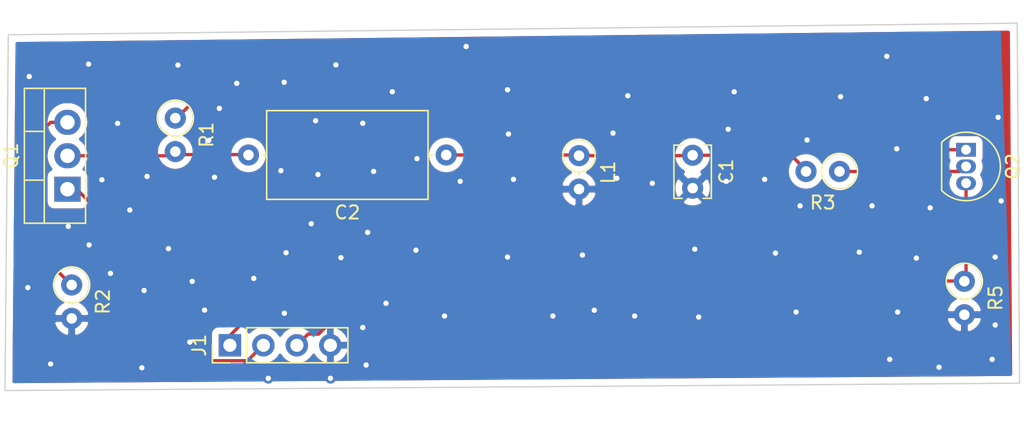
<source format=kicad_pcb>
(kicad_pcb (version 20171130) (host pcbnew 5.99.0+really5.1.10+dfsg1-1)

  (general
    (thickness 1.6)
    (drawings 4)
    (tracks 122)
    (zones 0)
    (modules 10)
    (nets 9)
  )

  (page A4)
  (layers
    (0 F.Cu signal)
    (31 B.Cu signal)
    (32 B.Adhes user)
    (33 F.Adhes user)
    (34 B.Paste user)
    (35 F.Paste user)
    (36 B.SilkS user)
    (37 F.SilkS user)
    (38 B.Mask user)
    (39 F.Mask user)
    (40 Dwgs.User user)
    (41 Cmts.User user)
    (42 Eco1.User user)
    (43 Eco2.User user)
    (44 Edge.Cuts user)
    (45 Margin user)
    (46 B.CrtYd user)
    (47 F.CrtYd user)
    (48 B.Fab user)
    (49 F.Fab user)
  )

  (setup
    (last_trace_width 0.25)
    (trace_clearance 0.2)
    (zone_clearance 0.508)
    (zone_45_only no)
    (trace_min 0.2)
    (via_size 0.8)
    (via_drill 0.4)
    (via_min_size 0.4)
    (via_min_drill 0.3)
    (uvia_size 0.3)
    (uvia_drill 0.1)
    (uvias_allowed no)
    (uvia_min_size 0.2)
    (uvia_min_drill 0.1)
    (edge_width 0.05)
    (segment_width 0.2)
    (pcb_text_width 0.3)
    (pcb_text_size 1.5 1.5)
    (mod_edge_width 0.12)
    (mod_text_size 1 1)
    (mod_text_width 0.15)
    (pad_size 1.524 1.524)
    (pad_drill 0.762)
    (pad_to_mask_clearance 0)
    (aux_axis_origin 0 0)
    (visible_elements FFFFFFFF)
    (pcbplotparams
      (layerselection 0x010f0_ffffffff)
      (usegerberextensions false)
      (usegerberattributes true)
      (usegerberadvancedattributes true)
      (creategerberjobfile true)
      (excludeedgelayer true)
      (linewidth 0.100000)
      (plotframeref false)
      (viasonmask false)
      (mode 1)
      (useauxorigin false)
      (hpglpennumber 1)
      (hpglpenspeed 20)
      (hpglpendiameter 15.000000)
      (psnegative false)
      (psa4output false)
      (plotreference true)
      (plotvalue true)
      (plotinvisibletext false)
      (padsonsilk false)
      (subtractmaskfromsilk false)
      (outputformat 1)
      (mirror false)
      (drillshape 0)
      (scaleselection 1)
      (outputdirectory "../out/"))
  )

  (net 0 "")
  (net 1 GND)
  (net 2 "Net-(C1-Pad1)")
  (net 3 aout)
  (net 4 din)
  (net 5 +3V3)
  (net 6 "Net-(Q2-Pad2)")
  (net 7 "Net-(C2-Pad2)")
  (net 8 "Net-(Q1-Pad3)")

  (net_class Default "This is the default net class."
    (clearance 0.2)
    (trace_width 0.25)
    (via_dia 0.8)
    (via_drill 0.4)
    (uvia_dia 0.3)
    (uvia_drill 0.1)
    (add_net +3V3)
    (add_net GND)
    (add_net "Net-(C1-Pad1)")
    (add_net "Net-(C2-Pad2)")
    (add_net "Net-(Q1-Pad3)")
    (add_net "Net-(Q2-Pad2)")
    (add_net aout)
    (add_net din)
  )

  (module Resistor_THT:R_Axial_DIN0207_L6.3mm_D2.5mm_P2.54mm_Vertical (layer F.Cu) (tedit 5AE5139B) (tstamp 60C4DB5C)
    (at 203.12 113.17 270)
    (descr "Resistor, Axial_DIN0207 series, Axial, Vertical, pin pitch=2.54mm, 0.25W = 1/4W, length*diameter=6.3*2.5mm^2, http://cdn-reichelt.de/documents/datenblatt/B400/1_4W%23YAG.pdf")
    (tags "Resistor Axial_DIN0207 series Axial Vertical pin pitch 2.54mm 0.25W = 1/4W length 6.3mm diameter 2.5mm")
    (path /60C11B61/60C15660)
    (fp_text reference R5 (at 1.27 -2.37 90) (layer F.SilkS)
      (effects (font (size 1 1) (thickness 0.15)))
    )
    (fp_text value R (at 1.27 2.37 90) (layer F.Fab)
      (effects (font (size 1 1) (thickness 0.15)))
    )
    (fp_text user %R (at 1.27 -2.37 90) (layer F.Fab)
      (effects (font (size 1 1) (thickness 0.15)))
    )
    (fp_circle (center 0 0) (end 1.25 0) (layer F.Fab) (width 0.1))
    (fp_circle (center 0 0) (end 1.37 0) (layer F.SilkS) (width 0.12))
    (fp_line (start 0 0) (end 2.54 0) (layer F.Fab) (width 0.1))
    (fp_line (start 1.37 0) (end 1.44 0) (layer F.SilkS) (width 0.12))
    (fp_line (start -1.5 -1.5) (end -1.5 1.5) (layer F.CrtYd) (width 0.05))
    (fp_line (start -1.5 1.5) (end 3.59 1.5) (layer F.CrtYd) (width 0.05))
    (fp_line (start 3.59 1.5) (end 3.59 -1.5) (layer F.CrtYd) (width 0.05))
    (fp_line (start 3.59 -1.5) (end -1.5 -1.5) (layer F.CrtYd) (width 0.05))
    (pad 2 thru_hole oval (at 2.54 0 270) (size 1.6 1.6) (drill 0.8) (layers *.Cu *.Mask)
      (net 1 GND))
    (pad 1 thru_hole circle (at 0 0 270) (size 1.6 1.6) (drill 0.8) (layers *.Cu *.Mask)
      (net 3 aout))
    (model ${KISYS3DMOD}/Resistor_THT.3dshapes/R_Axial_DIN0207_L6.3mm_D2.5mm_P2.54mm_Vertical.wrl
      (at (xyz 0 0 0))
      (scale (xyz 1 1 1))
      (rotate (xyz 0 0 0))
    )
  )

  (module Resistor_THT:R_Axial_DIN0207_L6.3mm_D2.5mm_P2.54mm_Vertical (layer F.Cu) (tedit 5AE5139B) (tstamp 60C4DB4D)
    (at 193.65 104.83 180)
    (descr "Resistor, Axial_DIN0207 series, Axial, Vertical, pin pitch=2.54mm, 0.25W = 1/4W, length*diameter=6.3*2.5mm^2, http://cdn-reichelt.de/documents/datenblatt/B400/1_4W%23YAG.pdf")
    (tags "Resistor Axial_DIN0207 series Axial Vertical pin pitch 2.54mm 0.25W = 1/4W length 6.3mm diameter 2.5mm")
    (path /60C11B61/60C14E91)
    (fp_text reference R3 (at 1.27 -2.37) (layer F.SilkS)
      (effects (font (size 1 1) (thickness 0.15)))
    )
    (fp_text value R (at 1.27 2.37) (layer F.Fab)
      (effects (font (size 1 1) (thickness 0.15)))
    )
    (fp_text user %R (at 1.27 -2.37) (layer F.Fab)
      (effects (font (size 1 1) (thickness 0.15)))
    )
    (fp_circle (center 0 0) (end 1.25 0) (layer F.Fab) (width 0.1))
    (fp_circle (center 0 0) (end 1.37 0) (layer F.SilkS) (width 0.12))
    (fp_line (start 0 0) (end 2.54 0) (layer F.Fab) (width 0.1))
    (fp_line (start 1.37 0) (end 1.44 0) (layer F.SilkS) (width 0.12))
    (fp_line (start -1.5 -1.5) (end -1.5 1.5) (layer F.CrtYd) (width 0.05))
    (fp_line (start -1.5 1.5) (end 3.59 1.5) (layer F.CrtYd) (width 0.05))
    (fp_line (start 3.59 1.5) (end 3.59 -1.5) (layer F.CrtYd) (width 0.05))
    (fp_line (start 3.59 -1.5) (end -1.5 -1.5) (layer F.CrtYd) (width 0.05))
    (pad 2 thru_hole oval (at 2.54 0 180) (size 1.6 1.6) (drill 0.8) (layers *.Cu *.Mask)
      (net 2 "Net-(C1-Pad1)"))
    (pad 1 thru_hole circle (at 0 0 180) (size 1.6 1.6) (drill 0.8) (layers *.Cu *.Mask)
      (net 6 "Net-(Q2-Pad2)"))
    (model ${KISYS3DMOD}/Resistor_THT.3dshapes/R_Axial_DIN0207_L6.3mm_D2.5mm_P2.54mm_Vertical.wrl
      (at (xyz 0 0 0))
      (scale (xyz 1 1 1))
      (rotate (xyz 0 0 0))
    )
  )

  (module Resistor_THT:R_Axial_DIN0207_L6.3mm_D2.5mm_P2.54mm_Vertical (layer F.Cu) (tedit 5AE5139B) (tstamp 60C4DB3E)
    (at 135.41 113.45 270)
    (descr "Resistor, Axial_DIN0207 series, Axial, Vertical, pin pitch=2.54mm, 0.25W = 1/4W, length*diameter=6.3*2.5mm^2, http://cdn-reichelt.de/documents/datenblatt/B400/1_4W%23YAG.pdf")
    (tags "Resistor Axial_DIN0207 series Axial Vertical pin pitch 2.54mm 0.25W = 1/4W length 6.3mm diameter 2.5mm")
    (path /60C11B61/60C12C69)
    (fp_text reference R2 (at 1.27 -2.37 90) (layer F.SilkS)
      (effects (font (size 1 1) (thickness 0.15)))
    )
    (fp_text value R (at 1.27 2.37 90) (layer F.Fab)
      (effects (font (size 1 1) (thickness 0.15)))
    )
    (fp_text user %R (at 1.27 -2.37 90) (layer F.Fab)
      (effects (font (size 1 1) (thickness 0.15)))
    )
    (fp_circle (center 0 0) (end 1.25 0) (layer F.Fab) (width 0.1))
    (fp_circle (center 0 0) (end 1.37 0) (layer F.SilkS) (width 0.12))
    (fp_line (start 0 0) (end 2.54 0) (layer F.Fab) (width 0.1))
    (fp_line (start 1.37 0) (end 1.44 0) (layer F.SilkS) (width 0.12))
    (fp_line (start -1.5 -1.5) (end -1.5 1.5) (layer F.CrtYd) (width 0.05))
    (fp_line (start -1.5 1.5) (end 3.59 1.5) (layer F.CrtYd) (width 0.05))
    (fp_line (start 3.59 1.5) (end 3.59 -1.5) (layer F.CrtYd) (width 0.05))
    (fp_line (start 3.59 -1.5) (end -1.5 -1.5) (layer F.CrtYd) (width 0.05))
    (pad 2 thru_hole oval (at 2.54 0 270) (size 1.6 1.6) (drill 0.8) (layers *.Cu *.Mask)
      (net 1 GND))
    (pad 1 thru_hole circle (at 0 0 270) (size 1.6 1.6) (drill 0.8) (layers *.Cu *.Mask)
      (net 8 "Net-(Q1-Pad3)"))
    (model ${KISYS3DMOD}/Resistor_THT.3dshapes/R_Axial_DIN0207_L6.3mm_D2.5mm_P2.54mm_Vertical.wrl
      (at (xyz 0 0 0))
      (scale (xyz 1 1 1))
      (rotate (xyz 0 0 0))
    )
  )

  (module Resistor_THT:R_Axial_DIN0207_L6.3mm_D2.5mm_P2.54mm_Vertical (layer F.Cu) (tedit 5AE5139B) (tstamp 60C4DB2F)
    (at 143.27 100.78 270)
    (descr "Resistor, Axial_DIN0207 series, Axial, Vertical, pin pitch=2.54mm, 0.25W = 1/4W, length*diameter=6.3*2.5mm^2, http://cdn-reichelt.de/documents/datenblatt/B400/1_4W%23YAG.pdf")
    (tags "Resistor Axial_DIN0207 series Axial Vertical pin pitch 2.54mm 0.25W = 1/4W length 6.3mm diameter 2.5mm")
    (path /60C11B61/60C12EAB)
    (fp_text reference R1 (at 1.27 -2.37 90) (layer F.SilkS)
      (effects (font (size 1 1) (thickness 0.15)))
    )
    (fp_text value R (at 1.27 2.37 90) (layer F.Fab)
      (effects (font (size 1 1) (thickness 0.15)))
    )
    (fp_text user %R (at 1.27 -2.37 90) (layer F.Fab)
      (effects (font (size 1 1) (thickness 0.15)))
    )
    (fp_circle (center 0 0) (end 1.25 0) (layer F.Fab) (width 0.1))
    (fp_circle (center 0 0) (end 1.37 0) (layer F.SilkS) (width 0.12))
    (fp_line (start 0 0) (end 2.54 0) (layer F.Fab) (width 0.1))
    (fp_line (start 1.37 0) (end 1.44 0) (layer F.SilkS) (width 0.12))
    (fp_line (start -1.5 -1.5) (end -1.5 1.5) (layer F.CrtYd) (width 0.05))
    (fp_line (start -1.5 1.5) (end 3.59 1.5) (layer F.CrtYd) (width 0.05))
    (fp_line (start 3.59 1.5) (end 3.59 -1.5) (layer F.CrtYd) (width 0.05))
    (fp_line (start 3.59 -1.5) (end -1.5 -1.5) (layer F.CrtYd) (width 0.05))
    (pad 2 thru_hole oval (at 2.54 0 270) (size 1.6 1.6) (drill 0.8) (layers *.Cu *.Mask)
      (net 7 "Net-(C2-Pad2)"))
    (pad 1 thru_hole circle (at 0 0 270) (size 1.6 1.6) (drill 0.8) (layers *.Cu *.Mask)
      (net 5 +3V3))
    (model ${KISYS3DMOD}/Resistor_THT.3dshapes/R_Axial_DIN0207_L6.3mm_D2.5mm_P2.54mm_Vertical.wrl
      (at (xyz 0 0 0))
      (scale (xyz 1 1 1))
      (rotate (xyz 0 0 0))
    )
  )

  (module Package_TO_SOT_THT:TO-92_Inline (layer F.Cu) (tedit 5A1DD157) (tstamp 60C4DB20)
    (at 203.25 103.18 270)
    (descr "TO-92 leads in-line, narrow, oval pads, drill 0.75mm (see NXP sot054_po.pdf)")
    (tags "to-92 sc-43 sc-43a sot54 PA33 transistor")
    (path /60C11B61/60C3BA3C)
    (fp_text reference Q2 (at 1.27 -3.56 90) (layer F.SilkS)
      (effects (font (size 1 1) (thickness 0.15)))
    )
    (fp_text value BC547 (at 1.27 2.79 90) (layer F.Fab)
      (effects (font (size 1 1) (thickness 0.15)))
    )
    (fp_arc (start 1.27 0) (end 1.27 -2.6) (angle 135) (layer F.SilkS) (width 0.12))
    (fp_arc (start 1.27 0) (end 1.27 -2.48) (angle -135) (layer F.Fab) (width 0.1))
    (fp_arc (start 1.27 0) (end 1.27 -2.6) (angle -135) (layer F.SilkS) (width 0.12))
    (fp_arc (start 1.27 0) (end 1.27 -2.48) (angle 135) (layer F.Fab) (width 0.1))
    (fp_text user %R (at 1.27 0 90) (layer F.Fab)
      (effects (font (size 1 1) (thickness 0.15)))
    )
    (fp_line (start -0.53 1.85) (end 3.07 1.85) (layer F.SilkS) (width 0.12))
    (fp_line (start -0.5 1.75) (end 3 1.75) (layer F.Fab) (width 0.1))
    (fp_line (start -1.46 -2.73) (end 4 -2.73) (layer F.CrtYd) (width 0.05))
    (fp_line (start -1.46 -2.73) (end -1.46 2.01) (layer F.CrtYd) (width 0.05))
    (fp_line (start 4 2.01) (end 4 -2.73) (layer F.CrtYd) (width 0.05))
    (fp_line (start 4 2.01) (end -1.46 2.01) (layer F.CrtYd) (width 0.05))
    (pad 1 thru_hole rect (at 0 0 270) (size 1.05 1.5) (drill 0.75) (layers *.Cu *.Mask)
      (net 5 +3V3))
    (pad 3 thru_hole oval (at 2.54 0 270) (size 1.05 1.5) (drill 0.75) (layers *.Cu *.Mask)
      (net 3 aout))
    (pad 2 thru_hole oval (at 1.27 0 270) (size 1.05 1.5) (drill 0.75) (layers *.Cu *.Mask)
      (net 6 "Net-(Q2-Pad2)"))
    (model ${KISYS3DMOD}/Package_TO_SOT_THT.3dshapes/TO-92_Inline.wrl
      (at (xyz 0 0 0))
      (scale (xyz 1 1 1))
      (rotate (xyz 0 0 0))
    )
  )

  (module Package_TO_SOT_THT:TO-220-3_Vertical (layer F.Cu) (tedit 5AC8BA0D) (tstamp 60C4DB0E)
    (at 135.09 106.18 90)
    (descr "TO-220-3, Vertical, RM 2.54mm, see https://www.vishay.com/docs/66542/to-220-1.pdf")
    (tags "TO-220-3 Vertical RM 2.54mm")
    (path /60C11B61/60C127AE)
    (fp_text reference Q1 (at 2.54 -4.27 90) (layer F.SilkS)
      (effects (font (size 1 1) (thickness 0.15)))
    )
    (fp_text value FQP27P06 (at 2.54 2.5 90) (layer F.Fab)
      (effects (font (size 1 1) (thickness 0.15)))
    )
    (fp_text user %R (at 2.54 -4.27 90) (layer F.Fab)
      (effects (font (size 1 1) (thickness 0.15)))
    )
    (fp_line (start -2.46 -3.15) (end -2.46 1.25) (layer F.Fab) (width 0.1))
    (fp_line (start -2.46 1.25) (end 7.54 1.25) (layer F.Fab) (width 0.1))
    (fp_line (start 7.54 1.25) (end 7.54 -3.15) (layer F.Fab) (width 0.1))
    (fp_line (start 7.54 -3.15) (end -2.46 -3.15) (layer F.Fab) (width 0.1))
    (fp_line (start -2.46 -1.88) (end 7.54 -1.88) (layer F.Fab) (width 0.1))
    (fp_line (start 0.69 -3.15) (end 0.69 -1.88) (layer F.Fab) (width 0.1))
    (fp_line (start 4.39 -3.15) (end 4.39 -1.88) (layer F.Fab) (width 0.1))
    (fp_line (start -2.58 -3.27) (end 7.66 -3.27) (layer F.SilkS) (width 0.12))
    (fp_line (start -2.58 1.371) (end 7.66 1.371) (layer F.SilkS) (width 0.12))
    (fp_line (start -2.58 -3.27) (end -2.58 1.371) (layer F.SilkS) (width 0.12))
    (fp_line (start 7.66 -3.27) (end 7.66 1.371) (layer F.SilkS) (width 0.12))
    (fp_line (start -2.58 -1.76) (end 7.66 -1.76) (layer F.SilkS) (width 0.12))
    (fp_line (start 0.69 -3.27) (end 0.69 -1.76) (layer F.SilkS) (width 0.12))
    (fp_line (start 4.391 -3.27) (end 4.391 -1.76) (layer F.SilkS) (width 0.12))
    (fp_line (start -2.71 -3.4) (end -2.71 1.51) (layer F.CrtYd) (width 0.05))
    (fp_line (start -2.71 1.51) (end 7.79 1.51) (layer F.CrtYd) (width 0.05))
    (fp_line (start 7.79 1.51) (end 7.79 -3.4) (layer F.CrtYd) (width 0.05))
    (fp_line (start 7.79 -3.4) (end -2.71 -3.4) (layer F.CrtYd) (width 0.05))
    (pad 3 thru_hole oval (at 5.08 0 90) (size 1.905 2) (drill 1.1) (layers *.Cu *.Mask)
      (net 8 "Net-(Q1-Pad3)"))
    (pad 2 thru_hole oval (at 2.54 0 90) (size 1.905 2) (drill 1.1) (layers *.Cu *.Mask)
      (net 7 "Net-(C2-Pad2)"))
    (pad 1 thru_hole rect (at 0 0 90) (size 1.905 2) (drill 1.1) (layers *.Cu *.Mask)
      (net 4 din))
    (model ${KISYS3DMOD}/Package_TO_SOT_THT.3dshapes/TO-220-3_Vertical.wrl
      (at (xyz 0 0 0))
      (scale (xyz 1 1 1))
      (rotate (xyz 0 0 0))
    )
  )

  (module Inductor_THT:L_Axial_L5.3mm_D2.2mm_P2.54mm_Vertical_Vishay_IM-1 (layer F.Cu) (tedit 5AE59B05) (tstamp 60C4DAF4)
    (at 173.89 103.63 270)
    (descr "Inductor, Axial series, Axial, Vertical, pin pitch=2.54mm, , length*diameter=5.3*2.2mm^2, Vishay, IM-1, http://www.vishay.com/docs/34030/im.pdf")
    (tags "Inductor Axial series Axial Vertical pin pitch 2.54mm  length 5.3mm diameter 2.2mm Vishay IM-1")
    (path /60C11B61/60C1394D)
    (fp_text reference L1 (at 1.27 -2.22 90) (layer F.SilkS)
      (effects (font (size 1 1) (thickness 0.15)))
    )
    (fp_text value L (at 1.27 2.22 90) (layer F.Fab)
      (effects (font (size 1 1) (thickness 0.15)))
    )
    (fp_text user %R (at 1.27 -2.22 90) (layer F.Fab)
      (effects (font (size 1 1) (thickness 0.15)))
    )
    (fp_circle (center 0 0) (end 1.1 0) (layer F.Fab) (width 0.1))
    (fp_circle (center 0 0) (end 1.22 0) (layer F.SilkS) (width 0.12))
    (fp_line (start 0 0) (end 2.54 0) (layer F.Fab) (width 0.1))
    (fp_line (start 1.22 0) (end 1.44 0) (layer F.SilkS) (width 0.12))
    (fp_line (start -1.35 -1.35) (end -1.35 1.35) (layer F.CrtYd) (width 0.05))
    (fp_line (start -1.35 1.35) (end 3.59 1.35) (layer F.CrtYd) (width 0.05))
    (fp_line (start 3.59 1.35) (end 3.59 -1.35) (layer F.CrtYd) (width 0.05))
    (fp_line (start 3.59 -1.35) (end -1.35 -1.35) (layer F.CrtYd) (width 0.05))
    (pad 2 thru_hole oval (at 2.54 0 270) (size 1.6 1.6) (drill 0.8) (layers *.Cu *.Mask)
      (net 1 GND))
    (pad 1 thru_hole circle (at 0 0 270) (size 1.6 1.6) (drill 0.8) (layers *.Cu *.Mask)
      (net 2 "Net-(C1-Pad1)"))
    (model ${KISYS3DMOD}/Inductor_THT.3dshapes/L_Axial_L5.3mm_D2.2mm_P2.54mm_Vertical_Vishay_IM-1.wrl
      (at (xyz 0 0 0))
      (scale (xyz 1 1 1))
      (rotate (xyz 0 0 0))
    )
  )

  (module Connector_PinHeader_2.54mm:PinHeader_1x04_P2.54mm_Vertical (layer F.Cu) (tedit 59FED5CC) (tstamp 60C4DAE5)
    (at 147.41 118.03 90)
    (descr "Through hole straight pin header, 1x04, 2.54mm pitch, single row")
    (tags "Through hole pin header THT 1x04 2.54mm single row")
    (path /60C11B61/60C2805B)
    (fp_text reference J1 (at 0 -2.33 90) (layer F.SilkS)
      (effects (font (size 1 1) (thickness 0.15)))
    )
    (fp_text value Conn_01x04_Male (at 0 9.95 90) (layer F.Fab)
      (effects (font (size 1 1) (thickness 0.15)))
    )
    (fp_text user %R (at 0 3.81) (layer F.Fab)
      (effects (font (size 1 1) (thickness 0.15)))
    )
    (fp_line (start -0.635 -1.27) (end 1.27 -1.27) (layer F.Fab) (width 0.1))
    (fp_line (start 1.27 -1.27) (end 1.27 8.89) (layer F.Fab) (width 0.1))
    (fp_line (start 1.27 8.89) (end -1.27 8.89) (layer F.Fab) (width 0.1))
    (fp_line (start -1.27 8.89) (end -1.27 -0.635) (layer F.Fab) (width 0.1))
    (fp_line (start -1.27 -0.635) (end -0.635 -1.27) (layer F.Fab) (width 0.1))
    (fp_line (start -1.33 8.95) (end 1.33 8.95) (layer F.SilkS) (width 0.12))
    (fp_line (start -1.33 1.27) (end -1.33 8.95) (layer F.SilkS) (width 0.12))
    (fp_line (start 1.33 1.27) (end 1.33 8.95) (layer F.SilkS) (width 0.12))
    (fp_line (start -1.33 1.27) (end 1.33 1.27) (layer F.SilkS) (width 0.12))
    (fp_line (start -1.33 0) (end -1.33 -1.33) (layer F.SilkS) (width 0.12))
    (fp_line (start -1.33 -1.33) (end 0 -1.33) (layer F.SilkS) (width 0.12))
    (fp_line (start -1.8 -1.8) (end -1.8 9.4) (layer F.CrtYd) (width 0.05))
    (fp_line (start -1.8 9.4) (end 1.8 9.4) (layer F.CrtYd) (width 0.05))
    (fp_line (start 1.8 9.4) (end 1.8 -1.8) (layer F.CrtYd) (width 0.05))
    (fp_line (start 1.8 -1.8) (end -1.8 -1.8) (layer F.CrtYd) (width 0.05))
    (pad 4 thru_hole oval (at 0 7.62 90) (size 1.7 1.7) (drill 1) (layers *.Cu *.Mask)
      (net 1 GND))
    (pad 3 thru_hole oval (at 0 5.08 90) (size 1.7 1.7) (drill 1) (layers *.Cu *.Mask)
      (net 3 aout))
    (pad 2 thru_hole oval (at 0 2.54 90) (size 1.7 1.7) (drill 1) (layers *.Cu *.Mask)
      (net 4 din))
    (pad 1 thru_hole rect (at 0 0 90) (size 1.7 1.7) (drill 1) (layers *.Cu *.Mask)
      (net 5 +3V3))
    (model ${KISYS3DMOD}/Connector_PinHeader_2.54mm.3dshapes/PinHeader_1x04_P2.54mm_Vertical.wrl
      (at (xyz 0 0 0))
      (scale (xyz 1 1 1))
      (rotate (xyz 0 0 0))
    )
  )

  (module Capacitor_THT:C_Axial_L12.0mm_D6.5mm_P15.00mm_Horizontal (layer F.Cu) (tedit 5AE50EF0) (tstamp 60C4DACD)
    (at 163.82 103.58 180)
    (descr "C, Axial series, Axial, Horizontal, pin pitch=15mm, , length*diameter=12*6.5mm^2, http://cdn-reichelt.de/documents/datenblatt/B300/STYROFLEX.pdf")
    (tags "C Axial series Axial Horizontal pin pitch 15mm  length 12mm diameter 6.5mm")
    (path /60C11B61/60C95A6B)
    (fp_text reference C2 (at 7.5 -4.37) (layer F.SilkS)
      (effects (font (size 1 1) (thickness 0.15)))
    )
    (fp_text value C (at 7.5 4.37) (layer F.Fab)
      (effects (font (size 1 1) (thickness 0.15)))
    )
    (fp_text user %R (at 7.5 0) (layer F.Fab)
      (effects (font (size 1 1) (thickness 0.15)))
    )
    (fp_line (start 1.5 -3.25) (end 1.5 3.25) (layer F.Fab) (width 0.1))
    (fp_line (start 1.5 3.25) (end 13.5 3.25) (layer F.Fab) (width 0.1))
    (fp_line (start 13.5 3.25) (end 13.5 -3.25) (layer F.Fab) (width 0.1))
    (fp_line (start 13.5 -3.25) (end 1.5 -3.25) (layer F.Fab) (width 0.1))
    (fp_line (start 0 0) (end 1.5 0) (layer F.Fab) (width 0.1))
    (fp_line (start 15 0) (end 13.5 0) (layer F.Fab) (width 0.1))
    (fp_line (start 1.38 -3.37) (end 1.38 3.37) (layer F.SilkS) (width 0.12))
    (fp_line (start 1.38 3.37) (end 13.62 3.37) (layer F.SilkS) (width 0.12))
    (fp_line (start 13.62 3.37) (end 13.62 -3.37) (layer F.SilkS) (width 0.12))
    (fp_line (start 13.62 -3.37) (end 1.38 -3.37) (layer F.SilkS) (width 0.12))
    (fp_line (start 1.04 0) (end 1.38 0) (layer F.SilkS) (width 0.12))
    (fp_line (start 13.96 0) (end 13.62 0) (layer F.SilkS) (width 0.12))
    (fp_line (start -1.05 -3.5) (end -1.05 3.5) (layer F.CrtYd) (width 0.05))
    (fp_line (start -1.05 3.5) (end 16.05 3.5) (layer F.CrtYd) (width 0.05))
    (fp_line (start 16.05 3.5) (end 16.05 -3.5) (layer F.CrtYd) (width 0.05))
    (fp_line (start 16.05 -3.5) (end -1.05 -3.5) (layer F.CrtYd) (width 0.05))
    (pad 2 thru_hole oval (at 15 0 180) (size 1.6 1.6) (drill 0.8) (layers *.Cu *.Mask)
      (net 7 "Net-(C2-Pad2)"))
    (pad 1 thru_hole circle (at 0 0 180) (size 1.6 1.6) (drill 0.8) (layers *.Cu *.Mask)
      (net 2 "Net-(C1-Pad1)"))
    (model ${KISYS3DMOD}/Capacitor_THT.3dshapes/C_Axial_L12.0mm_D6.5mm_P15.00mm_Horizontal.wrl
      (at (xyz 0 0 0))
      (scale (xyz 1 1 1))
      (rotate (xyz 0 0 0))
    )
  )

  (module Capacitor_THT:C_Disc_D3.8mm_W2.6mm_P2.50mm (layer F.Cu) (tedit 5AE50EF0) (tstamp 60C4DAB6)
    (at 182.51 103.6 270)
    (descr "C, Disc series, Radial, pin pitch=2.50mm, , diameter*width=3.8*2.6mm^2, Capacitor, http://www.vishay.com/docs/45233/krseries.pdf")
    (tags "C Disc series Radial pin pitch 2.50mm  diameter 3.8mm width 2.6mm Capacitor")
    (path /60C11B61/60C143B1)
    (fp_text reference C1 (at 1.25 -2.55 90) (layer F.SilkS)
      (effects (font (size 1 1) (thickness 0.15)))
    )
    (fp_text value C (at 1.25 2.55 90) (layer F.Fab)
      (effects (font (size 1 1) (thickness 0.15)))
    )
    (fp_text user %R (at 1.25 0 90) (layer F.Fab)
      (effects (font (size 0.76 0.76) (thickness 0.114)))
    )
    (fp_line (start -0.65 -1.3) (end -0.65 1.3) (layer F.Fab) (width 0.1))
    (fp_line (start -0.65 1.3) (end 3.15 1.3) (layer F.Fab) (width 0.1))
    (fp_line (start 3.15 1.3) (end 3.15 -1.3) (layer F.Fab) (width 0.1))
    (fp_line (start 3.15 -1.3) (end -0.65 -1.3) (layer F.Fab) (width 0.1))
    (fp_line (start -0.77 -1.42) (end 3.27 -1.42) (layer F.SilkS) (width 0.12))
    (fp_line (start -0.77 1.42) (end 3.27 1.42) (layer F.SilkS) (width 0.12))
    (fp_line (start -0.77 -1.42) (end -0.77 -0.795) (layer F.SilkS) (width 0.12))
    (fp_line (start -0.77 0.795) (end -0.77 1.42) (layer F.SilkS) (width 0.12))
    (fp_line (start 3.27 -1.42) (end 3.27 -0.795) (layer F.SilkS) (width 0.12))
    (fp_line (start 3.27 0.795) (end 3.27 1.42) (layer F.SilkS) (width 0.12))
    (fp_line (start -1.05 -1.55) (end -1.05 1.55) (layer F.CrtYd) (width 0.05))
    (fp_line (start -1.05 1.55) (end 3.55 1.55) (layer F.CrtYd) (width 0.05))
    (fp_line (start 3.55 1.55) (end 3.55 -1.55) (layer F.CrtYd) (width 0.05))
    (fp_line (start 3.55 -1.55) (end -1.05 -1.55) (layer F.CrtYd) (width 0.05))
    (pad 2 thru_hole circle (at 2.5 0 270) (size 1.6 1.6) (drill 0.8) (layers *.Cu *.Mask)
      (net 1 GND))
    (pad 1 thru_hole circle (at 0 0 270) (size 1.6 1.6) (drill 0.8) (layers *.Cu *.Mask)
      (net 2 "Net-(C1-Pad1)"))
    (model ${KISYS3DMOD}/Capacitor_THT.3dshapes/C_Disc_D3.8mm_W2.6mm_P2.50mm.wrl
      (at (xyz 0 0 0))
      (scale (xyz 1 1 1))
      (rotate (xyz 0 0 0))
    )
  )

  (gr_line (start 207.13 93.57) (end 207.31 120.91) (layer Edge.Cuts) (width 0.1))
  (gr_line (start 130.6 94.45) (end 207.13 93.57) (layer Edge.Cuts) (width 0.1))
  (gr_line (start 130.35 121.47) (end 130.6 94.45) (layer Edge.Cuts) (width 0.1))
  (gr_line (start 207.31 120.91) (end 130.35 121.47) (layer Edge.Cuts) (width 0.1))

  (via (at 151.54 115.6) (size 0.8) (drill 0.4) (layers F.Cu B.Cu) (net 1))
  (via (at 155.83 111.38) (size 0.8) (drill 0.4) (layers F.Cu B.Cu) (net 1))
  (via (at 157.49 116.68) (size 0.8) (drill 0.4) (layers F.Cu B.Cu) (net 1))
  (via (at 159.25 114.84) (size 0.8) (drill 0.4) (layers F.Cu B.Cu) (net 1))
  (via (at 157.74 119.53) (size 0.8) (drill 0.4) (layers F.Cu B.Cu) (net 1))
  (via (at 155.04 120.54) (size 0.8) (drill 0.4) (layers F.Cu B.Cu) (net 1))
  (via (at 150.32 120.54) (size 0.8) (drill 0.4) (layers F.Cu B.Cu) (net 1))
  (via (at 140.73 119.74) (size 0.8) (drill 0.4) (layers F.Cu B.Cu) (net 1))
  (via (at 138.35 112.57) (size 0.8) (drill 0.4) (layers F.Cu B.Cu) (net 1))
  (via (at 135.15 109) (size 0.8) (drill 0.4) (layers F.Cu B.Cu) (net 1))
  (via (at 138.89 101.18) (size 0.8) (drill 0.4) (layers F.Cu B.Cu) (net 1))
  (via (at 143.47 96.75) (size 0.8) (drill 0.4) (layers F.Cu B.Cu) (net 1))
  (via (at 136.69 96.68) (size 0.8) (drill 0.4) (layers F.Cu B.Cu) (net 1))
  (via (at 132.19 97.62) (size 0.8) (drill 0.4) (layers F.Cu B.Cu) (net 1))
  (via (at 133.81 119.45) (size 0.8) (drill 0.4) (layers F.Cu B.Cu) (net 1))
  (via (at 132.08 113.65) (size 0.8) (drill 0.4) (layers F.Cu B.Cu) (net 1))
  (via (at 147.93 98.14) (size 0.8) (drill 0.4) (layers F.Cu B.Cu) (net 1))
  (via (at 151.53 98.06) (size 0.8) (drill 0.4) (layers F.Cu B.Cu) (net 1))
  (via (at 153.91 100.98) (size 0.8) (drill 0.4) (layers F.Cu B.Cu) (net 1))
  (via (at 154.09 105.06) (size 0.8) (drill 0.4) (layers F.Cu B.Cu) (net 1))
  (via (at 153.58 108.8) (size 0.8) (drill 0.4) (layers F.Cu B.Cu) (net 1))
  (via (at 151.67 111) (size 0.8) (drill 0.4) (layers F.Cu B.Cu) (net 1))
  (via (at 149.22 112.95) (size 0.8) (drill 0.4) (layers F.Cu B.Cu) (net 1))
  (via (at 145.49 115.36) (size 0.8) (drill 0.4) (layers F.Cu B.Cu) (net 1))
  (via (at 144.37 117.79) (size 0.8) (drill 0.4) (layers F.Cu B.Cu) (net 1))
  (via (at 144.55 113.18) (size 0.8) (drill 0.4) (layers F.Cu B.Cu) (net 1))
  (via (at 142.75 110.69) (size 0.8) (drill 0.4) (layers F.Cu B.Cu) (net 1))
  (via (at 139.82 107.76) (size 0.8) (drill 0.4) (layers F.Cu B.Cu) (net 1))
  (via (at 137.7 105.46) (size 0.8) (drill 0.4) (layers F.Cu B.Cu) (net 1))
  (via (at 141.13 105.21) (size 0.8) (drill 0.4) (layers F.Cu B.Cu) (net 1))
  (via (at 146.24 105.27) (size 0.8) (drill 0.4) (layers F.Cu B.Cu) (net 1))
  (via (at 151.28 104.77) (size 0.8) (drill 0.4) (layers F.Cu B.Cu) (net 1))
  (via (at 145.8 102.47) (size 0.8) (drill 0.4) (layers F.Cu B.Cu) (net 1))
  (via (at 146.61 100.04) (size 0.8) (drill 0.4) (layers F.Cu B.Cu) (net 1))
  (via (at 155.45 96.74) (size 0.8) (drill 0.4) (layers F.Cu B.Cu) (net 1))
  (via (at 136.73 110.41) (size 0.8) (drill 0.4) (layers F.Cu B.Cu) (net 1))
  (via (at 140.9 113.87) (size 0.8) (drill 0.4) (layers F.Cu B.Cu) (net 1))
  (via (at 157.49 101.17) (size 0.8) (drill 0.4) (layers F.Cu B.Cu) (net 1))
  (via (at 159.73 98.78) (size 0.8) (drill 0.4) (layers F.Cu B.Cu) (net 1))
  (via (at 168.47 98.63) (size 0.8) (drill 0.4) (layers F.Cu B.Cu) (net 1))
  (via (at 177.59 99.08) (size 0.8) (drill 0.4) (layers F.Cu B.Cu) (net 1))
  (via (at 185.66 98.78) (size 0.8) (drill 0.4) (layers F.Cu B.Cu) (net 1))
  (via (at 193.73 99.15) (size 0.8) (drill 0.4) (layers F.Cu B.Cu) (net 1))
  (via (at 197.99 103.11) (size 0.8) (drill 0.4) (layers F.Cu B.Cu) (net 1))
  (via (at 191.19 102.44) (size 0.8) (drill 0.4) (layers F.Cu B.Cu) (net 1))
  (via (at 185.21 101.62) (size 0.8) (drill 0.4) (layers F.Cu B.Cu) (net 1))
  (via (at 176.47 101.92) (size 0.8) (drill 0.4) (layers F.Cu B.Cu) (net 1))
  (via (at 168.54 101.99) (size 0.8) (drill 0.4) (layers F.Cu B.Cu) (net 1))
  (via (at 161.6 103.86) (size 0.8) (drill 0.4) (layers F.Cu B.Cu) (net 1))
  (via (at 157.86 109.46) (size 0.8) (drill 0.4) (layers F.Cu B.Cu) (net 1))
  (via (at 158.31 104.83) (size 0.8) (drill 0.4) (layers F.Cu B.Cu) (net 1))
  (via (at 164.88 105.58) (size 0.8) (drill 0.4) (layers F.Cu B.Cu) (net 1))
  (via (at 168.92 105.43) (size 0.8) (drill 0.4) (layers F.Cu B.Cu) (net 1))
  (via (at 176.76 105.35) (size 0.8) (drill 0.4) (layers F.Cu B.Cu) (net 1))
  (via (at 179.45 105.73) (size 0.8) (drill 0.4) (layers F.Cu B.Cu) (net 1))
  (via (at 185.06 105.58) (size 0.8) (drill 0.4) (layers F.Cu B.Cu) (net 1))
  (via (at 187.97 105.43) (size 0.8) (drill 0.4) (layers F.Cu B.Cu) (net 1))
  (via (at 190.66 107.44) (size 0.8) (drill 0.4) (layers F.Cu B.Cu) (net 1))
  (via (at 196.12 107.44) (size 0.8) (drill 0.4) (layers F.Cu B.Cu) (net 1))
  (via (at 200.53 107.59) (size 0.8) (drill 0.4) (layers F.Cu B.Cu) (net 1))
  (via (at 165.33 95.34) (size 0.8) (drill 0.4) (layers F.Cu B.Cu) (net 1))
  (via (at 197.24 96.09) (size 0.8) (drill 0.4) (layers F.Cu B.Cu) (net 1))
  (via (at 200.23 99.3) (size 0.8) (drill 0.4) (layers F.Cu B.Cu) (net 1))
  (via (at 205.68 100.72) (size 0.8) (drill 0.4) (layers F.Cu B.Cu) (net 1))
  (via (at 205.91 107.07) (size 0.8) (drill 0.4) (layers F.Cu B.Cu) (net 1))
  (via (at 205.46 111.33) (size 0.8) (drill 0.4) (layers F.Cu B.Cu) (net 1))
  (via (at 205.46 116.49) (size 0.8) (drill 0.4) (layers F.Cu B.Cu) (net 1))
  (via (at 205.23 119.1) (size 0.8) (drill 0.4) (layers F.Cu B.Cu) (net 1))
  (via (at 201.2 119.7) (size 0.8) (drill 0.4) (layers F.Cu B.Cu) (net 1))
  (via (at 197.46 119.1) (size 0.8) (drill 0.4) (layers F.Cu B.Cu) (net 1))
  (via (at 171.91 115.81) (size 0.8) (drill 0.4) (layers F.Cu B.Cu) (net 1))
  (via (at 163.69 115.81) (size 0.8) (drill 0.4) (layers F.Cu B.Cu) (net 1))
  (via (at 161.52 110.81) (size 0.8) (drill 0.4) (layers F.Cu B.Cu) (net 1))
  (via (at 168.47 111.33) (size 0.8) (drill 0.4) (layers F.Cu B.Cu) (net 1))
  (via (at 174.15 111.18) (size 0.8) (drill 0.4) (layers F.Cu B.Cu) (net 1))
  (via (at 182.67 110.73) (size 0.8) (drill 0.4) (layers F.Cu B.Cu) (net 1))
  (via (at 188.79 111.03) (size 0.8) (drill 0.4) (layers F.Cu B.Cu) (net 1))
  (via (at 195.15 110.96) (size 0.8) (drill 0.4) (layers F.Cu B.Cu) (net 1))
  (via (at 199.48 111.41) (size 0.8) (drill 0.4) (layers F.Cu B.Cu) (net 1))
  (via (at 198.06 115.51) (size 0.8) (drill 0.4) (layers F.Cu B.Cu) (net 1))
  (via (at 190.36 115.51) (size 0.8) (drill 0.4) (layers F.Cu B.Cu) (net 1))
  (via (at 182.97 115.89) (size 0.8) (drill 0.4) (layers F.Cu B.Cu) (net 1))
  (via (at 178.11 115.81) (size 0.8) (drill 0.4) (layers F.Cu B.Cu) (net 1))
  (via (at 175.05 115.37) (size 0.8) (drill 0.4) (layers F.Cu B.Cu) (net 1))
  (segment (start 163.82 103.58) (end 173.74 103.58) (width 0.25) (layer F.Cu) (net 2))
  (segment (start 173.74 103.58) (end 173.89 103.73) (width 0.25) (layer F.Cu) (net 2))
  (segment (start 173.89 103.63) (end 182.46 103.63) (width 0.25) (layer F.Cu) (net 2))
  (segment (start 182.46 103.63) (end 182.5 103.67) (width 0.25) (layer F.Cu) (net 2))
  (segment (start 182.51 103.6) (end 189.98 103.6) (width 0.25) (layer F.Cu) (net 2))
  (segment (start 189.98 103.6) (end 191.16 104.78) (width 0.25) (layer F.Cu) (net 2))
  (segment (start 203.25 105.72) (end 203.25 113.18) (width 0.25) (layer F.Cu) (net 3))
  (segment (start 203.25 113.18) (end 203.14 113.29) (width 0.25) (layer F.Cu) (net 3))
  (segment (start 154.140997 117.180001) (end 158.170998 113.15) (width 0.25) (layer F.Cu) (net 3))
  (segment (start 153.339999 117.180001) (end 154.140997 117.180001) (width 0.25) (layer F.Cu) (net 3))
  (segment (start 152.49 118.03) (end 153.339999 117.180001) (width 0.25) (layer F.Cu) (net 3))
  (segment (start 158.170998 113.15) (end 203 113.15) (width 0.25) (layer F.Cu) (net 3))
  (segment (start 135.09 106.18) (end 135.79 106.18) (width 0.25) (layer F.Cu) (net 4))
  (segment (start 135.79 106.18) (end 142.66 113.05) (width 0.25) (layer F.Cu) (net 4))
  (segment (start 142.66 113.05) (end 142.66 118.96) (width 0.25) (layer F.Cu) (net 4))
  (segment (start 142.905001 119.205001) (end 148.744999 119.205001) (width 0.25) (layer F.Cu) (net 4))
  (segment (start 142.66 118.96) (end 142.905001 119.205001) (width 0.25) (layer F.Cu) (net 4))
  (segment (start 148.744999 119.205001) (end 149.92 118.03) (width 0.25) (layer F.Cu) (net 4))
  (segment (start 147.41 118.03) (end 147.41 117.29) (width 0.25) (layer F.Cu) (net 5))
  (segment (start 147.41 117.29) (end 155.29 109.41) (width 0.25) (layer F.Cu) (net 5))
  (segment (start 155.29 109.41) (end 155.29 99.89) (width 0.25) (layer F.Cu) (net 5))
  (segment (start 155.29 99.89) (end 152.11 96.71) (width 0.25) (layer F.Cu) (net 5))
  (segment (start 152.11 96.71) (end 147.45 96.71) (width 0.25) (layer F.Cu) (net 5))
  (segment (start 147.45 96.71) (end 143.21 100.95) (width 0.25) (layer F.Cu) (net 5))
  (segment (start 203.25 103.18) (end 201.13 103.18) (width 0.25) (layer F.Cu) (net 5))
  (segment (start 201.13 103.18) (end 194.85 96.9) (width 0.25) (layer F.Cu) (net 5))
  (segment (start 158.28 96.9) (end 155.29 99.89) (width 0.25) (layer F.Cu) (net 5))
  (segment (start 194.85 96.9) (end 158.28 96.9) (width 0.25) (layer F.Cu) (net 5))
  (segment (start 193.65 104.83) (end 202.73 104.83) (width 0.25) (layer F.Cu) (net 6))
  (segment (start 202.73 104.83) (end 203.1 104.46) (width 0.25) (layer F.Cu) (net 6))
  (segment (start 135.09 103.64) (end 142.83 103.64) (width 0.25) (layer F.Cu) (net 7))
  (segment (start 142.83 103.64) (end 143.1 103.37) (width 0.25) (layer F.Cu) (net 7))
  (segment (start 143.1 103.37) (end 143.28 103.55) (width 0.25) (layer F.Cu) (net 7))
  (segment (start 143.28 103.55) (end 148.66 103.55) (width 0.25) (layer F.Cu) (net 7))
  (segment (start 135.09 101.1) (end 133.81 101.1) (width 0.25) (layer F.Cu) (net 8))
  (segment (start 133.81 101.1) (end 132.19 102.72) (width 0.25) (layer F.Cu) (net 8))
  (segment (start 132.19 102.72) (end 132.19 110.25) (width 0.25) (layer F.Cu) (net 8))
  (segment (start 132.19 110.25) (end 135.43 113.49) (width 0.25) (layer F.Cu) (net 8))

  (zone (net 1) (net_name GND) (layer F.Cu) (tstamp 0) (hatch edge 0.508)
    (connect_pads (clearance 0.508))
    (min_thickness 0.254)
    (fill yes (arc_segments 32) (thermal_gap 0.508) (thermal_bridge_width 0.508))
    (polygon
      (pts
        (xy 207.5 120.87) (xy 130.12 121.32) (xy 130.2 94.19) (xy 207.05 93.82)
      )
    )
    (filled_polygon
      (pts
        (xy 206.620509 120.23) (xy 131.041414 120.779951) (xy 131.082502 116.33904) (xy 134.018091 116.33904) (xy 134.11293 116.603881)
        (xy 134.257615 116.845131) (xy 134.446586 117.053519) (xy 134.67258 117.221037) (xy 134.926913 117.341246) (xy 135.060961 117.381904)
        (xy 135.283 117.259915) (xy 135.283 116.117) (xy 135.537 116.117) (xy 135.537 117.259915) (xy 135.759039 117.381904)
        (xy 135.893087 117.341246) (xy 136.14742 117.221037) (xy 136.373414 117.053519) (xy 136.562385 116.845131) (xy 136.70707 116.603881)
        (xy 136.801909 116.33904) (xy 136.680624 116.117) (xy 135.537 116.117) (xy 135.283 116.117) (xy 134.139376 116.117)
        (xy 134.018091 116.33904) (xy 131.082502 116.33904) (xy 131.208511 102.72) (xy 131.426324 102.72) (xy 131.43 102.757322)
        (xy 131.430001 110.212668) (xy 131.426324 110.25) (xy 131.440998 110.398985) (xy 131.484454 110.542246) (xy 131.555026 110.674276)
        (xy 131.626201 110.761002) (xy 131.65 110.790001) (xy 131.678998 110.813799) (xy 134.007994 113.142796) (xy 133.975 113.308665)
        (xy 133.975 113.591335) (xy 134.030147 113.868574) (xy 134.13832 114.129727) (xy 134.295363 114.364759) (xy 134.495241 114.564637)
        (xy 134.730273 114.72168) (xy 134.741565 114.726357) (xy 134.67258 114.758963) (xy 134.446586 114.926481) (xy 134.257615 115.134869)
        (xy 134.11293 115.376119) (xy 134.018091 115.64096) (xy 134.139376 115.863) (xy 135.283 115.863) (xy 135.283 115.843)
        (xy 135.537 115.843) (xy 135.537 115.863) (xy 136.680624 115.863) (xy 136.801909 115.64096) (xy 136.70707 115.376119)
        (xy 136.562385 115.134869) (xy 136.373414 114.926481) (xy 136.14742 114.758963) (xy 136.078435 114.726357) (xy 136.089727 114.72168)
        (xy 136.324759 114.564637) (xy 136.524637 114.364759) (xy 136.68168 114.129727) (xy 136.789853 113.868574) (xy 136.845 113.591335)
        (xy 136.845 113.308665) (xy 136.789853 113.031426) (xy 136.68168 112.770273) (xy 136.524637 112.535241) (xy 136.324759 112.335363)
        (xy 136.089727 112.17832) (xy 135.828574 112.070147) (xy 135.551335 112.015) (xy 135.268665 112.015) (xy 135.069432 112.05463)
        (xy 132.95 109.935199) (xy 132.95 103.034801) (xy 133.843454 102.141348) (xy 133.914537 102.227963) (xy 134.087609 102.37)
        (xy 133.914537 102.512037) (xy 133.716155 102.753765) (xy 133.568745 103.029551) (xy 133.47797 103.328796) (xy 133.447319 103.64)
        (xy 133.47797 103.951204) (xy 133.568745 104.250449) (xy 133.716155 104.526235) (xy 133.819446 104.652095) (xy 133.735506 104.696963)
        (xy 133.638815 104.776315) (xy 133.559463 104.873006) (xy 133.500498 104.98332) (xy 133.464188 105.103018) (xy 133.451928 105.2275)
        (xy 133.451928 107.1325) (xy 133.464188 107.256982) (xy 133.500498 107.37668) (xy 133.559463 107.486994) (xy 133.638815 107.583685)
        (xy 133.735506 107.663037) (xy 133.84582 107.722002) (xy 133.965518 107.758312) (xy 134.09 107.770572) (xy 136.09 107.770572)
        (xy 136.214482 107.758312) (xy 136.275117 107.739918) (xy 141.9 113.364802) (xy 141.900001 118.922668) (xy 141.896324 118.96)
        (xy 141.910998 119.108985) (xy 141.954454 119.252246) (xy 142.025026 119.384276) (xy 142.085475 119.457932) (xy 142.12 119.500001)
        (xy 142.148998 119.523799) (xy 142.341197 119.715998) (xy 142.365 119.745002) (xy 142.480725 119.839975) (xy 142.612754 119.910547)
        (xy 142.756015 119.954004) (xy 142.867668 119.965001) (xy 142.867676 119.965001) (xy 142.905001 119.968677) (xy 142.942326 119.965001)
        (xy 148.707677 119.965001) (xy 148.744999 119.968677) (xy 148.782321 119.965001) (xy 148.782332 119.965001) (xy 148.893985 119.954004)
        (xy 149.037246 119.910547) (xy 149.169275 119.839975) (xy 149.285 119.745002) (xy 149.308803 119.715998) (xy 149.558569 119.466232)
        (xy 149.80374 119.515) (xy 150.09626 119.515) (xy 150.383158 119.457932) (xy 150.653411 119.34599) (xy 150.896632 119.183475)
        (xy 151.103475 118.976632) (xy 151.22 118.80224) (xy 151.336525 118.976632) (xy 151.543368 119.183475) (xy 151.786589 119.34599)
        (xy 152.056842 119.457932) (xy 152.34374 119.515) (xy 152.63626 119.515) (xy 152.923158 119.457932) (xy 153.193411 119.34599)
        (xy 153.436632 119.183475) (xy 153.643475 118.976632) (xy 153.765195 118.794466) (xy 153.834822 118.911355) (xy 154.029731 119.127588)
        (xy 154.26308 119.301641) (xy 154.525901 119.426825) (xy 154.67311 119.471476) (xy 154.903 119.350155) (xy 154.903 118.157)
        (xy 155.157 118.157) (xy 155.157 119.350155) (xy 155.38689 119.471476) (xy 155.534099 119.426825) (xy 155.79692 119.301641)
        (xy 156.030269 119.127588) (xy 156.225178 118.911355) (xy 156.374157 118.661252) (xy 156.471481 118.386891) (xy 156.350814 118.157)
        (xy 155.157 118.157) (xy 154.903 118.157) (xy 154.883 118.157) (xy 154.883 117.903) (xy 154.903 117.903)
        (xy 154.903 117.883) (xy 155.157 117.883) (xy 155.157 117.903) (xy 156.350814 117.903) (xy 156.471481 117.673109)
        (xy 156.374157 117.398748) (xy 156.225178 117.148645) (xy 156.030269 116.932412) (xy 155.79692 116.758359) (xy 155.688894 116.706905)
        (xy 156.336759 116.05904) (xy 201.728091 116.05904) (xy 201.82293 116.323881) (xy 201.967615 116.565131) (xy 202.156586 116.773519)
        (xy 202.38258 116.941037) (xy 202.636913 117.061246) (xy 202.770961 117.101904) (xy 202.993 116.979915) (xy 202.993 115.837)
        (xy 203.247 115.837) (xy 203.247 116.979915) (xy 203.469039 117.101904) (xy 203.603087 117.061246) (xy 203.85742 116.941037)
        (xy 204.083414 116.773519) (xy 204.272385 116.565131) (xy 204.41707 116.323881) (xy 204.511909 116.05904) (xy 204.390624 115.837)
        (xy 203.247 115.837) (xy 202.993 115.837) (xy 201.849376 115.837) (xy 201.728091 116.05904) (xy 156.336759 116.05904)
        (xy 158.4858 113.91) (xy 201.888593 113.91) (xy 202.005363 114.084759) (xy 202.205241 114.284637) (xy 202.440273 114.44168)
        (xy 202.451565 114.446357) (xy 202.38258 114.478963) (xy 202.156586 114.646481) (xy 201.967615 114.854869) (xy 201.82293 115.096119)
        (xy 201.728091 115.36096) (xy 201.849376 115.583) (xy 202.993 115.583) (xy 202.993 115.563) (xy 203.247 115.563)
        (xy 203.247 115.583) (xy 204.390624 115.583) (xy 204.511909 115.36096) (xy 204.41707 115.096119) (xy 204.272385 114.854869)
        (xy 204.083414 114.646481) (xy 203.85742 114.478963) (xy 203.788435 114.446357) (xy 203.799727 114.44168) (xy 204.034759 114.284637)
        (xy 204.234637 114.084759) (xy 204.39168 113.849727) (xy 204.499853 113.588574) (xy 204.555 113.311335) (xy 204.555 113.028665)
        (xy 204.499853 112.751426) (xy 204.39168 112.490273) (xy 204.234637 112.255241) (xy 204.034759 112.055363) (xy 204.01 112.03882)
        (xy 204.01 106.749346) (xy 204.122579 106.689171) (xy 204.299212 106.544212) (xy 204.444171 106.367579) (xy 204.551885 106.16606)
        (xy 204.618215 105.9474) (xy 204.640612 105.72) (xy 204.618215 105.4926) (xy 204.551885 105.27394) (xy 204.450895 105.085)
        (xy 204.551885 104.89606) (xy 204.618215 104.6774) (xy 204.640612 104.45) (xy 204.618215 104.2226) (xy 204.554907 104.013902)
        (xy 204.589502 103.94918) (xy 204.625812 103.829482) (xy 204.638072 103.705) (xy 204.638072 102.655) (xy 204.625812 102.530518)
        (xy 204.589502 102.41082) (xy 204.530537 102.300506) (xy 204.451185 102.203815) (xy 204.354494 102.124463) (xy 204.24418 102.065498)
        (xy 204.124482 102.029188) (xy 204 102.016928) (xy 202.5 102.016928) (xy 202.375518 102.029188) (xy 202.25582 102.065498)
        (xy 202.145506 102.124463) (xy 202.048815 102.203815) (xy 201.969463 102.300506) (xy 201.910498 102.41082) (xy 201.907713 102.42)
        (xy 201.444802 102.42) (xy 195.413804 96.389003) (xy 195.390001 96.359999) (xy 195.274276 96.265026) (xy 195.142247 96.194454)
        (xy 194.998986 96.150997) (xy 194.887333 96.14) (xy 194.887322 96.14) (xy 194.85 96.136324) (xy 194.812678 96.14)
        (xy 158.317333 96.14) (xy 158.28 96.136323) (xy 158.242667 96.14) (xy 158.131014 96.150997) (xy 157.987753 96.194454)
        (xy 157.855724 96.265026) (xy 157.739999 96.359999) (xy 157.716201 96.388997) (xy 155.29 98.815198) (xy 152.673804 96.199003)
        (xy 152.650001 96.169999) (xy 152.534276 96.075026) (xy 152.402247 96.004454) (xy 152.258986 95.960997) (xy 152.147333 95.95)
        (xy 152.147322 95.95) (xy 152.11 95.946324) (xy 152.072678 95.95) (xy 147.487333 95.95) (xy 147.45 95.946323)
        (xy 147.412667 95.95) (xy 147.301014 95.960997) (xy 147.157753 96.004454) (xy 147.025724 96.075026) (xy 146.909999 96.169999)
        (xy 146.886201 96.198997) (xy 143.685636 99.399563) (xy 143.411335 99.345) (xy 143.128665 99.345) (xy 142.851426 99.400147)
        (xy 142.590273 99.50832) (xy 142.355241 99.665363) (xy 142.155363 99.865241) (xy 141.99832 100.100273) (xy 141.890147 100.361426)
        (xy 141.835 100.638665) (xy 141.835 100.921335) (xy 141.890147 101.198574) (xy 141.99832 101.459727) (xy 142.155363 101.694759)
        (xy 142.355241 101.894637) (xy 142.587759 102.05) (xy 142.355241 102.205363) (xy 142.155363 102.405241) (xy 141.99832 102.640273)
        (xy 141.899022 102.88) (xy 136.531319 102.88) (xy 136.463845 102.753765) (xy 136.265463 102.512037) (xy 136.092391 102.37)
        (xy 136.265463 102.227963) (xy 136.463845 101.986235) (xy 136.611255 101.710449) (xy 136.70203 101.411204) (xy 136.732681 101.1)
        (xy 136.70203 100.788796) (xy 136.611255 100.489551) (xy 136.463845 100.213765) (xy 136.265463 99.972037) (xy 136.023735 99.773655)
        (xy 135.747949 99.626245) (xy 135.448704 99.53547) (xy 135.215486 99.5125) (xy 134.964514 99.5125) (xy 134.731296 99.53547)
        (xy 134.432051 99.626245) (xy 134.156265 99.773655) (xy 133.914537 99.972037) (xy 133.716155 100.213765) (xy 133.639279 100.35759)
        (xy 133.517753 100.394454) (xy 133.385723 100.465026) (xy 133.35584 100.489551) (xy 133.269999 100.559999) (xy 133.246201 100.588997)
        (xy 131.679003 102.156196) (xy 131.649999 102.179999) (xy 131.594871 102.247174) (xy 131.555026 102.295724) (xy 131.488599 102.42)
        (xy 131.484454 102.427754) (xy 131.440997 102.571015) (xy 131.43 102.682668) (xy 131.43 102.682678) (xy 131.426324 102.72)
        (xy 131.208511 102.72) (xy 131.278762 95.12724) (xy 206.449548 94.26287)
      )
    )
    (filled_polygon
      (pts
        (xy 154.530001 100.204803) (xy 154.53 109.095198) (xy 147.083271 116.541928) (xy 146.56 116.541928) (xy 146.435518 116.554188)
        (xy 146.31582 116.590498) (xy 146.205506 116.649463) (xy 146.108815 116.728815) (xy 146.029463 116.825506) (xy 145.970498 116.93582)
        (xy 145.934188 117.055518) (xy 145.921928 117.18) (xy 145.921928 118.445001) (xy 143.42 118.445001) (xy 143.42 113.087322)
        (xy 143.423676 113.049999) (xy 143.42 113.012676) (xy 143.42 113.012667) (xy 143.409003 112.901014) (xy 143.365546 112.757753)
        (xy 143.294974 112.625724) (xy 143.200001 112.509999) (xy 143.171004 112.486202) (xy 136.728072 106.043271) (xy 136.728072 105.2275)
        (xy 136.715812 105.103018) (xy 136.679502 104.98332) (xy 136.620537 104.873006) (xy 136.541185 104.776315) (xy 136.444494 104.696963)
        (xy 136.360554 104.652095) (xy 136.463845 104.526235) (xy 136.531319 104.4) (xy 142.320604 104.4) (xy 142.355241 104.434637)
        (xy 142.590273 104.59168) (xy 142.851426 104.699853) (xy 143.128665 104.755) (xy 143.411335 104.755) (xy 143.688574 104.699853)
        (xy 143.949727 104.59168) (xy 144.184759 104.434637) (xy 144.309396 104.31) (xy 147.581911 104.31) (xy 147.705363 104.494759)
        (xy 147.905241 104.694637) (xy 148.140273 104.85168) (xy 148.401426 104.959853) (xy 148.678665 105.015) (xy 148.961335 105.015)
        (xy 149.238574 104.959853) (xy 149.499727 104.85168) (xy 149.734759 104.694637) (xy 149.934637 104.494759) (xy 150.09168 104.259727)
        (xy 150.199853 103.998574) (xy 150.255 103.721335) (xy 150.255 103.438665) (xy 150.199853 103.161426) (xy 150.09168 102.900273)
        (xy 149.934637 102.665241) (xy 149.734759 102.465363) (xy 149.499727 102.30832) (xy 149.238574 102.200147) (xy 148.961335 102.145)
        (xy 148.678665 102.145) (xy 148.401426 102.200147) (xy 148.140273 102.30832) (xy 147.905241 102.465363) (xy 147.705363 102.665241)
        (xy 147.622002 102.79) (xy 144.603699 102.79) (xy 144.54168 102.640273) (xy 144.384637 102.405241) (xy 144.184759 102.205363)
        (xy 143.952241 102.05) (xy 144.184759 101.894637) (xy 144.384637 101.694759) (xy 144.54168 101.459727) (xy 144.649853 101.198574)
        (xy 144.705 100.921335) (xy 144.705 100.638665) (xy 144.686938 100.547863) (xy 147.764802 97.47) (xy 151.795199 97.47)
      )
    )
    (filled_polygon
      (pts
        (xy 200.566201 103.691003) (xy 200.589999 103.720001) (xy 200.705724 103.814974) (xy 200.837753 103.885546) (xy 200.981014 103.929003)
        (xy 201.092667 103.94) (xy 201.092676 103.94) (xy 201.129999 103.943676) (xy 201.167322 103.94) (xy 201.907713 103.94)
        (xy 201.910498 103.94918) (xy 201.945093 104.013902) (xy 201.928076 104.07) (xy 194.868043 104.07) (xy 194.764637 103.915241)
        (xy 194.564759 103.715363) (xy 194.329727 103.55832) (xy 194.068574 103.450147) (xy 193.791335 103.395) (xy 193.508665 103.395)
        (xy 193.231426 103.450147) (xy 192.970273 103.55832) (xy 192.735241 103.715363) (xy 192.535363 103.915241) (xy 192.38 104.147759)
        (xy 192.224637 103.915241) (xy 192.024759 103.715363) (xy 191.789727 103.55832) (xy 191.528574 103.450147) (xy 191.251335 103.395)
        (xy 190.968665 103.395) (xy 190.869522 103.414721) (xy 190.543804 103.089003) (xy 190.520001 103.059999) (xy 190.404276 102.965026)
        (xy 190.272247 102.894454) (xy 190.128986 102.850997) (xy 190.017333 102.84) (xy 190.017322 102.84) (xy 189.98 102.836324)
        (xy 189.942678 102.84) (xy 183.728043 102.84) (xy 183.624637 102.685241) (xy 183.424759 102.485363) (xy 183.189727 102.32832)
        (xy 182.928574 102.220147) (xy 182.651335 102.165) (xy 182.368665 102.165) (xy 182.091426 102.220147) (xy 181.830273 102.32832)
        (xy 181.595241 102.485363) (xy 181.395363 102.685241) (xy 181.271911 102.87) (xy 175.108043 102.87) (xy 175.004637 102.715241)
        (xy 174.804759 102.515363) (xy 174.569727 102.35832) (xy 174.308574 102.250147) (xy 174.031335 102.195) (xy 173.748665 102.195)
        (xy 173.471426 102.250147) (xy 173.210273 102.35832) (xy 172.975241 102.515363) (xy 172.775363 102.715241) (xy 172.705365 102.82)
        (xy 165.038043 102.82) (xy 164.934637 102.665241) (xy 164.734759 102.465363) (xy 164.499727 102.30832) (xy 164.238574 102.200147)
        (xy 163.961335 102.145) (xy 163.678665 102.145) (xy 163.401426 102.200147) (xy 163.140273 102.30832) (xy 162.905241 102.465363)
        (xy 162.705363 102.665241) (xy 162.54832 102.900273) (xy 162.440147 103.161426) (xy 162.385 103.438665) (xy 162.385 103.721335)
        (xy 162.440147 103.998574) (xy 162.54832 104.259727) (xy 162.705363 104.494759) (xy 162.905241 104.694637) (xy 163.140273 104.85168)
        (xy 163.401426 104.959853) (xy 163.678665 105.015) (xy 163.961335 105.015) (xy 164.238574 104.959853) (xy 164.499727 104.85168)
        (xy 164.734759 104.694637) (xy 164.934637 104.494759) (xy 165.038043 104.34) (xy 172.638548 104.34) (xy 172.775363 104.544759)
        (xy 172.975241 104.744637) (xy 173.210273 104.90168) (xy 173.221565 104.906357) (xy 173.15258 104.938963) (xy 172.926586 105.106481)
        (xy 172.737615 105.314869) (xy 172.59293 105.556119) (xy 172.498091 105.82096) (xy 172.619376 106.043) (xy 173.763 106.043)
        (xy 173.763 106.023) (xy 174.017 106.023) (xy 174.017 106.043) (xy 175.160624 106.043) (xy 175.281909 105.82096)
        (xy 175.18707 105.556119) (xy 175.042385 105.314869) (xy 174.853414 105.106481) (xy 174.62742 104.938963) (xy 174.558435 104.906357)
        (xy 174.569727 104.90168) (xy 174.804759 104.744637) (xy 175.004637 104.544759) (xy 175.108043 104.39) (xy 181.312002 104.39)
        (xy 181.395363 104.514759) (xy 181.595241 104.714637) (xy 181.795869 104.848692) (xy 181.768486 104.863329) (xy 181.696903 105.107298)
        (xy 182.51 105.920395) (xy 183.323097 105.107298) (xy 183.251514 104.863329) (xy 183.222659 104.849676) (xy 183.424759 104.714637)
        (xy 183.624637 104.514759) (xy 183.728043 104.36) (xy 189.665199 104.36) (xy 189.727903 104.422705) (xy 189.675 104.688665)
        (xy 189.675 104.971335) (xy 189.730147 105.248574) (xy 189.83832 105.509727) (xy 189.995363 105.744759) (xy 190.195241 105.944637)
        (xy 190.430273 106.10168) (xy 190.691426 106.209853) (xy 190.968665 106.265) (xy 191.251335 106.265) (xy 191.528574 106.209853)
        (xy 191.789727 106.10168) (xy 192.024759 105.944637) (xy 192.224637 105.744759) (xy 192.38 105.512241) (xy 192.535363 105.744759)
        (xy 192.735241 105.944637) (xy 192.970273 106.10168) (xy 193.231426 106.209853) (xy 193.508665 106.265) (xy 193.791335 106.265)
        (xy 194.068574 106.209853) (xy 194.329727 106.10168) (xy 194.564759 105.944637) (xy 194.764637 105.744759) (xy 194.868043 105.59)
        (xy 201.872192 105.59) (xy 201.859388 105.72) (xy 201.881785 105.9474) (xy 201.948115 106.16606) (xy 202.055829 106.367579)
        (xy 202.200788 106.544212) (xy 202.377421 106.689171) (xy 202.49 106.749346) (xy 202.490001 111.877722) (xy 202.440273 111.89832)
        (xy 202.205241 112.055363) (xy 202.005363 112.255241) (xy 201.91532 112.39) (xy 158.20832 112.39) (xy 158.170997 112.386324)
        (xy 158.133674 112.39) (xy 158.133665 112.39) (xy 158.022012 112.400997) (xy 157.878751 112.444454) (xy 157.746721 112.515026)
        (xy 157.663081 112.583668) (xy 157.630997 112.609999) (xy 157.607199 112.638997) (xy 153.826196 116.420001) (xy 153.377321 116.420001)
        (xy 153.339998 116.416325) (xy 153.302675 116.420001) (xy 153.302666 116.420001) (xy 153.191013 116.430998) (xy 153.047752 116.474455)
        (xy 152.915722 116.545027) (xy 152.861228 116.589749) (xy 152.63626 116.545) (xy 152.34374 116.545) (xy 152.056842 116.602068)
        (xy 151.786589 116.71401) (xy 151.543368 116.876525) (xy 151.336525 117.083368) (xy 151.22 117.25776) (xy 151.103475 117.083368)
        (xy 150.896632 116.876525) (xy 150.653411 116.71401) (xy 150.383158 116.602068) (xy 150.09626 116.545) (xy 149.80374 116.545)
        (xy 149.516842 116.602068) (xy 149.246589 116.71401) (xy 149.003368 116.876525) (xy 148.871513 117.00838) (xy 148.849502 116.93582)
        (xy 148.845837 116.928964) (xy 155.801004 109.973798) (xy 155.830001 109.950001) (xy 155.924974 109.834276) (xy 155.995546 109.702247)
        (xy 156.039003 109.558986) (xy 156.05 109.447333) (xy 156.05 109.447323) (xy 156.053676 109.41) (xy 156.05 109.372677)
        (xy 156.05 106.51904) (xy 172.498091 106.51904) (xy 172.59293 106.783881) (xy 172.737615 107.025131) (xy 172.926586 107.233519)
        (xy 173.15258 107.401037) (xy 173.406913 107.521246) (xy 173.540961 107.561904) (xy 173.763 107.439915) (xy 173.763 106.297)
        (xy 174.017 106.297) (xy 174.017 107.439915) (xy 174.239039 107.561904) (xy 174.373087 107.521246) (xy 174.62742 107.401037)
        (xy 174.853414 107.233519) (xy 174.98111 107.092702) (xy 181.696903 107.092702) (xy 181.768486 107.336671) (xy 182.023996 107.457571)
        (xy 182.298184 107.5263) (xy 182.580512 107.540217) (xy 182.86013 107.498787) (xy 183.126292 107.403603) (xy 183.251514 107.336671)
        (xy 183.323097 107.092702) (xy 182.51 106.279605) (xy 181.696903 107.092702) (xy 174.98111 107.092702) (xy 175.042385 107.025131)
        (xy 175.18707 106.783881) (xy 175.281909 106.51904) (xy 175.160624 106.297) (xy 174.017 106.297) (xy 173.763 106.297)
        (xy 172.619376 106.297) (xy 172.498091 106.51904) (xy 156.05 106.51904) (xy 156.05 106.170512) (xy 181.069783 106.170512)
        (xy 181.111213 106.45013) (xy 181.206397 106.716292) (xy 181.273329 106.841514) (xy 181.517298 106.913097) (xy 182.330395 106.1)
        (xy 182.689605 106.1) (xy 183.502702 106.913097) (xy 183.746671 106.841514) (xy 183.867571 106.586004) (xy 183.9363 106.311816)
        (xy 183.950217 106.029488) (xy 183.908787 105.74987) (xy 183.813603 105.483708) (xy 183.746671 105.358486) (xy 183.502702 105.286903)
        (xy 182.689605 106.1) (xy 182.330395 106.1) (xy 181.517298 105.286903) (xy 181.273329 105.358486) (xy 181.152429 105.613996)
        (xy 181.0837 105.888184) (xy 181.069783 106.170512) (xy 156.05 106.170512) (xy 156.05 100.204801) (xy 158.594802 97.66)
        (xy 194.535199 97.66)
      )
    )
  )
  (zone (net 1) (net_name GND) (layer B.Cu) (tstamp 0) (hatch edge 0.508)
    (connect_pads (clearance 0.508))
    (min_thickness 0.254)
    (fill yes (arc_segments 32) (thermal_gap 0.508) (thermal_bridge_width 0.508))
    (polygon
      (pts
        (xy 205.85 92.48) (xy 206.82 123.94) (xy 130.31 123.04) (xy 130.31 91.81)
      )
    )
    (filled_polygon
      (pts
        (xy 206.578559 120.230305) (xy 131.041414 120.779951) (xy 131.082502 116.33904) (xy 134.018091 116.33904) (xy 134.11293 116.603881)
        (xy 134.257615 116.845131) (xy 134.446586 117.053519) (xy 134.67258 117.221037) (xy 134.926913 117.341246) (xy 135.060961 117.381904)
        (xy 135.283 117.259915) (xy 135.283 116.117) (xy 135.537 116.117) (xy 135.537 117.259915) (xy 135.759039 117.381904)
        (xy 135.893087 117.341246) (xy 136.14742 117.221037) (xy 136.202781 117.18) (xy 145.921928 117.18) (xy 145.921928 118.88)
        (xy 145.934188 119.004482) (xy 145.970498 119.12418) (xy 146.029463 119.234494) (xy 146.108815 119.331185) (xy 146.205506 119.410537)
        (xy 146.31582 119.469502) (xy 146.435518 119.505812) (xy 146.56 119.518072) (xy 148.26 119.518072) (xy 148.384482 119.505812)
        (xy 148.50418 119.469502) (xy 148.614494 119.410537) (xy 148.711185 119.331185) (xy 148.790537 119.234494) (xy 148.849502 119.12418)
        (xy 148.871513 119.05162) (xy 149.003368 119.183475) (xy 149.246589 119.34599) (xy 149.516842 119.457932) (xy 149.80374 119.515)
        (xy 150.09626 119.515) (xy 150.383158 119.457932) (xy 150.653411 119.34599) (xy 150.896632 119.183475) (xy 151.103475 118.976632)
        (xy 151.22 118.80224) (xy 151.336525 118.976632) (xy 151.543368 119.183475) (xy 151.786589 119.34599) (xy 152.056842 119.457932)
        (xy 152.34374 119.515) (xy 152.63626 119.515) (xy 152.923158 119.457932) (xy 153.193411 119.34599) (xy 153.436632 119.183475)
        (xy 153.643475 118.976632) (xy 153.765195 118.794466) (xy 153.834822 118.911355) (xy 154.029731 119.127588) (xy 154.26308 119.301641)
        (xy 154.525901 119.426825) (xy 154.67311 119.471476) (xy 154.903 119.350155) (xy 154.903 118.157) (xy 155.157 118.157)
        (xy 155.157 119.350155) (xy 155.38689 119.471476) (xy 155.534099 119.426825) (xy 155.79692 119.301641) (xy 156.030269 119.127588)
        (xy 156.225178 118.911355) (xy 156.374157 118.661252) (xy 156.471481 118.386891) (xy 156.350814 118.157) (xy 155.157 118.157)
        (xy 154.903 118.157) (xy 154.883 118.157) (xy 154.883 117.903) (xy 154.903 117.903) (xy 154.903 116.709845)
        (xy 155.157 116.709845) (xy 155.157 117.903) (xy 156.350814 117.903) (xy 156.471481 117.673109) (xy 156.374157 117.398748)
        (xy 156.225178 117.148645) (xy 156.030269 116.932412) (xy 155.79692 116.758359) (xy 155.534099 116.633175) (xy 155.38689 116.588524)
        (xy 155.157 116.709845) (xy 154.903 116.709845) (xy 154.67311 116.588524) (xy 154.525901 116.633175) (xy 154.26308 116.758359)
        (xy 154.029731 116.932412) (xy 153.834822 117.148645) (xy 153.765195 117.265534) (xy 153.643475 117.083368) (xy 153.436632 116.876525)
        (xy 153.193411 116.71401) (xy 152.923158 116.602068) (xy 152.63626 116.545) (xy 152.34374 116.545) (xy 152.056842 116.602068)
        (xy 151.786589 116.71401) (xy 151.543368 116.876525) (xy 151.336525 117.083368) (xy 151.22 117.25776) (xy 151.103475 117.083368)
        (xy 150.896632 116.876525) (xy 150.653411 116.71401) (xy 150.383158 116.602068) (xy 150.09626 116.545) (xy 149.80374 116.545)
        (xy 149.516842 116.602068) (xy 149.246589 116.71401) (xy 149.003368 116.876525) (xy 148.871513 117.00838) (xy 148.849502 116.93582)
        (xy 148.790537 116.825506) (xy 148.711185 116.728815) (xy 148.614494 116.649463) (xy 148.50418 116.590498) (xy 148.384482 116.554188)
        (xy 148.26 116.541928) (xy 146.56 116.541928) (xy 146.435518 116.554188) (xy 146.31582 116.590498) (xy 146.205506 116.649463)
        (xy 146.108815 116.728815) (xy 146.029463 116.825506) (xy 145.970498 116.93582) (xy 145.934188 117.055518) (xy 145.921928 117.18)
        (xy 136.202781 117.18) (xy 136.373414 117.053519) (xy 136.562385 116.845131) (xy 136.70707 116.603881) (xy 136.801909 116.33904)
        (xy 136.680624 116.117) (xy 135.537 116.117) (xy 135.283 116.117) (xy 134.139376 116.117) (xy 134.018091 116.33904)
        (xy 131.082502 116.33904) (xy 131.085092 116.05904) (xy 201.728091 116.05904) (xy 201.82293 116.323881) (xy 201.967615 116.565131)
        (xy 202.156586 116.773519) (xy 202.38258 116.941037) (xy 202.636913 117.061246) (xy 202.770961 117.101904) (xy 202.993 116.979915)
        (xy 202.993 115.837) (xy 203.247 115.837) (xy 203.247 116.979915) (xy 203.469039 117.101904) (xy 203.603087 117.061246)
        (xy 203.85742 116.941037) (xy 204.083414 116.773519) (xy 204.272385 116.565131) (xy 204.41707 116.323881) (xy 204.511909 116.05904)
        (xy 204.390624 115.837) (xy 203.247 115.837) (xy 202.993 115.837) (xy 201.849376 115.837) (xy 201.728091 116.05904)
        (xy 131.085092 116.05904) (xy 131.11054 113.308665) (xy 133.975 113.308665) (xy 133.975 113.591335) (xy 134.030147 113.868574)
        (xy 134.13832 114.129727) (xy 134.295363 114.364759) (xy 134.495241 114.564637) (xy 134.730273 114.72168) (xy 134.741565 114.726357)
        (xy 134.67258 114.758963) (xy 134.446586 114.926481) (xy 134.257615 115.134869) (xy 134.11293 115.376119) (xy 134.018091 115.64096)
        (xy 134.139376 115.863) (xy 135.283 115.863) (xy 135.283 115.843) (xy 135.537 115.843) (xy 135.537 115.863)
        (xy 136.680624 115.863) (xy 136.801909 115.64096) (xy 136.70707 115.376119) (xy 136.562385 115.134869) (xy 136.373414 114.926481)
        (xy 136.14742 114.758963) (xy 136.078435 114.726357) (xy 136.089727 114.72168) (xy 136.324759 114.564637) (xy 136.524637 114.364759)
        (xy 136.68168 114.129727) (xy 136.789853 113.868574) (xy 136.845 113.591335) (xy 136.845 113.308665) (xy 136.789853 113.031426)
        (xy 136.78871 113.028665) (xy 201.685 113.028665) (xy 201.685 113.311335) (xy 201.740147 113.588574) (xy 201.84832 113.849727)
        (xy 202.005363 114.084759) (xy 202.205241 114.284637) (xy 202.440273 114.44168) (xy 202.451565 114.446357) (xy 202.38258 114.478963)
        (xy 202.156586 114.646481) (xy 201.967615 114.854869) (xy 201.82293 115.096119) (xy 201.728091 115.36096) (xy 201.849376 115.583)
        (xy 202.993 115.583) (xy 202.993 115.563) (xy 203.247 115.563) (xy 203.247 115.583) (xy 204.390624 115.583)
        (xy 204.511909 115.36096) (xy 204.41707 115.096119) (xy 204.272385 114.854869) (xy 204.083414 114.646481) (xy 203.85742 114.478963)
        (xy 203.788435 114.446357) (xy 203.799727 114.44168) (xy 204.034759 114.284637) (xy 204.234637 114.084759) (xy 204.39168 113.849727)
        (xy 204.499853 113.588574) (xy 204.555 113.311335) (xy 204.555 113.028665) (xy 204.499853 112.751426) (xy 204.39168 112.490273)
        (xy 204.234637 112.255241) (xy 204.034759 112.055363) (xy 203.799727 111.89832) (xy 203.538574 111.790147) (xy 203.261335 111.735)
        (xy 202.978665 111.735) (xy 202.701426 111.790147) (xy 202.440273 111.89832) (xy 202.205241 112.055363) (xy 202.005363 112.255241)
        (xy 201.84832 112.490273) (xy 201.740147 112.751426) (xy 201.685 113.028665) (xy 136.78871 113.028665) (xy 136.68168 112.770273)
        (xy 136.524637 112.535241) (xy 136.324759 112.335363) (xy 136.089727 112.17832) (xy 135.828574 112.070147) (xy 135.551335 112.015)
        (xy 135.268665 112.015) (xy 134.991426 112.070147) (xy 134.730273 112.17832) (xy 134.495241 112.335363) (xy 134.295363 112.535241)
        (xy 134.13832 112.770273) (xy 134.030147 113.031426) (xy 133.975 113.308665) (xy 131.11054 113.308665) (xy 131.223499 101.1)
        (xy 133.447319 101.1) (xy 133.47797 101.411204) (xy 133.568745 101.710449) (xy 133.716155 101.986235) (xy 133.914537 102.227963)
        (xy 134.087609 102.37) (xy 133.914537 102.512037) (xy 133.716155 102.753765) (xy 133.568745 103.029551) (xy 133.47797 103.328796)
        (xy 133.447319 103.64) (xy 133.47797 103.951204) (xy 133.568745 104.250449) (xy 133.716155 104.526235) (xy 133.819446 104.652095)
        (xy 133.735506 104.696963) (xy 133.638815 104.776315) (xy 133.559463 104.873006) (xy 133.500498 104.98332) (xy 133.464188 105.103018)
        (xy 133.451928 105.2275) (xy 133.451928 107.1325) (xy 133.464188 107.256982) (xy 133.500498 107.37668) (xy 133.559463 107.486994)
        (xy 133.638815 107.583685) (xy 133.735506 107.663037) (xy 133.84582 107.722002) (xy 133.965518 107.758312) (xy 134.09 107.770572)
        (xy 136.09 107.770572) (xy 136.214482 107.758312) (xy 136.33418 107.722002) (xy 136.444494 107.663037) (xy 136.541185 107.583685)
        (xy 136.620537 107.486994) (xy 136.679502 107.37668) (xy 136.715812 107.256982) (xy 136.728072 107.1325) (xy 136.728072 106.51904)
        (xy 172.498091 106.51904) (xy 172.59293 106.783881) (xy 172.737615 107.025131) (xy 172.926586 107.233519) (xy 173.15258 107.401037)
        (xy 173.406913 107.521246) (xy 173.540961 107.561904) (xy 173.763 107.439915) (xy 173.763 106.297) (xy 174.017 106.297)
        (xy 174.017 107.439915) (xy 174.239039 107.561904) (xy 174.373087 107.521246) (xy 174.62742 107.401037) (xy 174.853414 107.233519)
        (xy 174.98111 107.092702) (xy 181.696903 107.092702) (xy 181.768486 107.336671) (xy 182.023996 107.457571) (xy 182.298184 107.5263)
        (xy 182.580512 107.540217) (xy 182.86013 107.498787) (xy 183.126292 107.403603) (xy 183.251514 107.336671) (xy 183.323097 107.092702)
        (xy 182.51 106.279605) (xy 181.696903 107.092702) (xy 174.98111 107.092702) (xy 175.042385 107.025131) (xy 175.18707 106.783881)
        (xy 175.281909 106.51904) (xy 175.160624 106.297) (xy 174.017 106.297) (xy 173.763 106.297) (xy 172.619376 106.297)
        (xy 172.498091 106.51904) (xy 136.728072 106.51904) (xy 136.728072 106.170512) (xy 181.069783 106.170512) (xy 181.111213 106.45013)
        (xy 181.206397 106.716292) (xy 181.273329 106.841514) (xy 181.517298 106.913097) (xy 182.330395 106.1) (xy 182.689605 106.1)
        (xy 183.502702 106.913097) (xy 183.746671 106.841514) (xy 183.867571 106.586004) (xy 183.9363 106.311816) (xy 183.950217 106.029488)
        (xy 183.908787 105.74987) (xy 183.813603 105.483708) (xy 183.746671 105.358486) (xy 183.502702 105.286903) (xy 182.689605 106.1)
        (xy 182.330395 106.1) (xy 181.517298 105.286903) (xy 181.273329 105.358486) (xy 181.152429 105.613996) (xy 181.0837 105.888184)
        (xy 181.069783 106.170512) (xy 136.728072 106.170512) (xy 136.728072 105.2275) (xy 136.715812 105.103018) (xy 136.679502 104.98332)
        (xy 136.620537 104.873006) (xy 136.541185 104.776315) (xy 136.444494 104.696963) (xy 136.360554 104.652095) (xy 136.463845 104.526235)
        (xy 136.611255 104.250449) (xy 136.70203 103.951204) (xy 136.732681 103.64) (xy 136.70203 103.328796) (xy 136.611255 103.029551)
        (xy 136.463845 102.753765) (xy 136.265463 102.512037) (xy 136.092391 102.37) (xy 136.265463 102.227963) (xy 136.463845 101.986235)
        (xy 136.611255 101.710449) (xy 136.70203 101.411204) (xy 136.732681 101.1) (xy 136.70203 100.788796) (xy 136.656489 100.638665)
        (xy 141.835 100.638665) (xy 141.835 100.921335) (xy 141.890147 101.198574) (xy 141.99832 101.459727) (xy 142.155363 101.694759)
        (xy 142.355241 101.894637) (xy 142.587759 102.05) (xy 142.355241 102.205363) (xy 142.155363 102.405241) (xy 141.99832 102.640273)
        (xy 141.890147 102.901426) (xy 141.835 103.178665) (xy 141.835 103.461335) (xy 141.890147 103.738574) (xy 141.99832 103.999727)
        (xy 142.155363 104.234759) (xy 142.355241 104.434637) (xy 142.590273 104.59168) (xy 142.851426 104.699853) (xy 143.128665 104.755)
        (xy 143.411335 104.755) (xy 143.688574 104.699853) (xy 143.949727 104.59168) (xy 144.184759 104.434637) (xy 144.384637 104.234759)
        (xy 144.54168 103.999727) (xy 144.649853 103.738574) (xy 144.705 103.461335) (xy 144.705 103.438665) (xy 147.385 103.438665)
        (xy 147.385 103.721335) (xy 147.440147 103.998574) (xy 147.54832 104.259727) (xy 147.705363 104.494759) (xy 147.905241 104.694637)
        (xy 148.140273 104.85168) (xy 148.401426 104.959853) (xy 148.678665 105.015) (xy 148.961335 105.015) (xy 149.238574 104.959853)
        (xy 149.499727 104.85168) (xy 149.734759 104.694637) (xy 149.934637 104.494759) (xy 150.09168 104.259727) (xy 150.199853 103.998574)
        (xy 150.255 103.721335) (xy 150.255 103.438665) (xy 162.385 103.438665) (xy 162.385 103.721335) (xy 162.440147 103.998574)
        (xy 162.54832 104.259727) (xy 162.705363 104.494759) (xy 162.905241 104.694637) (xy 163.140273 104.85168) (xy 163.401426 104.959853)
        (xy 163.678665 105.015) (xy 163.961335 105.015) (xy 164.238574 104.959853) (xy 164.499727 104.85168) (xy 164.734759 104.694637)
        (xy 164.934637 104.494759) (xy 165.09168 104.259727) (xy 165.199853 103.998574) (xy 165.255 103.721335) (xy 165.255 103.488665)
        (xy 172.455 103.488665) (xy 172.455 103.771335) (xy 172.510147 104.048574) (xy 172.61832 104.309727) (xy 172.775363 104.544759)
        (xy 172.975241 104.744637) (xy 173.210273 104.90168) (xy 173.221565 104.906357) (xy 173.15258 104.938963) (xy 172.926586 105.106481)
        (xy 172.737615 105.314869) (xy 172.59293 105.556119) (xy 172.498091 105.82096) (xy 172.619376 106.043) (xy 173.763 106.043)
        (xy 173.763 106.023) (xy 174.017 106.023) (xy 174.017 106.043) (xy 175.160624 106.043) (xy 175.281909 105.82096)
        (xy 175.18707 105.556119) (xy 175.042385 105.314869) (xy 174.853414 105.106481) (xy 174.62742 104.938963) (xy 174.558435 104.906357)
        (xy 174.569727 104.90168) (xy 174.804759 104.744637) (xy 175.004637 104.544759) (xy 175.16168 104.309727) (xy 175.269853 104.048574)
        (xy 175.325 103.771335) (xy 175.325 103.488665) (xy 175.319033 103.458665) (xy 181.075 103.458665) (xy 181.075 103.741335)
        (xy 181.130147 104.018574) (xy 181.23832 104.279727) (xy 181.395363 104.514759) (xy 181.595241 104.714637) (xy 181.795869 104.848692)
        (xy 181.768486 104.863329) (xy 181.696903 105.107298) (xy 182.51 105.920395) (xy 183.323097 105.107298) (xy 183.251514 104.863329)
        (xy 183.222659 104.849676) (xy 183.424759 104.714637) (xy 183.450731 104.688665) (xy 189.675 104.688665) (xy 189.675 104.971335)
        (xy 189.730147 105.248574) (xy 189.83832 105.509727) (xy 189.995363 105.744759) (xy 190.195241 105.944637) (xy 190.430273 106.10168)
        (xy 190.691426 106.209853) (xy 190.968665 106.265) (xy 191.251335 106.265) (xy 191.528574 106.209853) (xy 191.789727 106.10168)
        (xy 192.024759 105.944637) (xy 192.224637 105.744759) (xy 192.38 105.512241) (xy 192.535363 105.744759) (xy 192.735241 105.944637)
        (xy 192.970273 106.10168) (xy 193.231426 106.209853) (xy 193.508665 106.265) (xy 193.791335 106.265) (xy 194.068574 106.209853)
        (xy 194.329727 106.10168) (xy 194.564759 105.944637) (xy 194.764637 105.744759) (xy 194.92168 105.509727) (xy 195.029853 105.248574)
        (xy 195.085 104.971335) (xy 195.085 104.688665) (xy 195.037526 104.45) (xy 201.859388 104.45) (xy 201.881785 104.6774)
        (xy 201.948115 104.89606) (xy 202.049105 105.085) (xy 201.948115 105.27394) (xy 201.881785 105.4926) (xy 201.859388 105.72)
        (xy 201.881785 105.9474) (xy 201.948115 106.16606) (xy 202.055829 106.367579) (xy 202.200788 106.544212) (xy 202.377421 106.689171)
        (xy 202.57894 106.796885) (xy 202.7976 106.863215) (xy 202.968021 106.88) (xy 203.531979 106.88) (xy 203.7024 106.863215)
        (xy 203.92106 106.796885) (xy 204.122579 106.689171) (xy 204.299212 106.544212) (xy 204.444171 106.367579) (xy 204.551885 106.16606)
        (xy 204.618215 105.9474) (xy 204.640612 105.72) (xy 204.618215 105.4926) (xy 204.551885 105.27394) (xy 204.450895 105.085)
        (xy 204.551885 104.89606) (xy 204.618215 104.6774) (xy 204.640612 104.45) (xy 204.618215 104.2226) (xy 204.554907 104.013902)
        (xy 204.589502 103.94918) (xy 204.625812 103.829482) (xy 204.638072 103.705) (xy 204.638072 102.655) (xy 204.625812 102.530518)
        (xy 204.589502 102.41082) (xy 204.530537 102.300506) (xy 204.451185 102.203815) (xy 204.354494 102.124463) (xy 204.24418 102.065498)
        (xy 204.124482 102.029188) (xy 204 102.016928) (xy 202.5 102.016928) (xy 202.375518 102.029188) (xy 202.25582 102.065498)
        (xy 202.145506 102.124463) (xy 202.048815 102.203815) (xy 201.969463 102.300506) (xy 201.910498 102.41082) (xy 201.874188 102.530518)
        (xy 201.861928 102.655) (xy 201.861928 103.705) (xy 201.874188 103.829482) (xy 201.910498 103.94918) (xy 201.945093 104.013902)
        (xy 201.881785 104.2226) (xy 201.859388 104.45) (xy 195.037526 104.45) (xy 195.029853 104.411426) (xy 194.92168 104.150273)
        (xy 194.764637 103.915241) (xy 194.564759 103.715363) (xy 194.329727 103.55832) (xy 194.068574 103.450147) (xy 193.791335 103.395)
        (xy 193.508665 103.395) (xy 193.231426 103.450147) (xy 192.970273 103.55832) (xy 192.735241 103.715363) (xy 192.535363 103.915241)
        (xy 192.38 104.147759) (xy 192.224637 103.915241) (xy 192.024759 103.715363) (xy 191.789727 103.55832) (xy 191.528574 103.450147)
        (xy 191.251335 103.395) (xy 190.968665 103.395) (xy 190.691426 103.450147) (xy 190.430273 103.55832) (xy 190.195241 103.715363)
        (xy 189.995363 103.915241) (xy 189.83832 104.150273) (xy 189.730147 104.411426) (xy 189.675 104.688665) (xy 183.450731 104.688665)
        (xy 183.624637 104.514759) (xy 183.78168 104.279727) (xy 183.889853 104.018574) (xy 183.945 103.741335) (xy 183.945 103.458665)
        (xy 183.889853 103.181426) (xy 183.78168 102.920273) (xy 183.624637 102.685241) (xy 183.424759 102.485363) (xy 183.189727 102.32832)
        (xy 182.928574 102.220147) (xy 182.651335 102.165) (xy 182.368665 102.165) (xy 182.091426 102.220147) (xy 181.830273 102.32832)
        (xy 181.595241 102.485363) (xy 181.395363 102.685241) (xy 181.23832 102.920273) (xy 181.130147 103.181426) (xy 181.075 103.458665)
        (xy 175.319033 103.458665) (xy 175.269853 103.211426) (xy 175.16168 102.950273) (xy 175.004637 102.715241) (xy 174.804759 102.515363)
        (xy 174.569727 102.35832) (xy 174.308574 102.250147) (xy 174.031335 102.195) (xy 173.748665 102.195) (xy 173.471426 102.250147)
        (xy 173.210273 102.35832) (xy 172.975241 102.515363) (xy 172.775363 102.715241) (xy 172.61832 102.950273) (xy 172.510147 103.211426)
        (xy 172.455 103.488665) (xy 165.255 103.488665) (xy 165.255 103.438665) (xy 165.199853 103.161426) (xy 165.09168 102.900273)
        (xy 164.934637 102.665241) (xy 164.734759 102.465363) (xy 164.499727 102.30832) (xy 164.238574 102.200147) (xy 163.961335 102.145)
        (xy 163.678665 102.145) (xy 163.401426 102.200147) (xy 163.140273 102.30832) (xy 162.905241 102.465363) (xy 162.705363 102.665241)
        (xy 162.54832 102.900273) (xy 162.440147 103.161426) (xy 162.385 103.438665) (xy 150.255 103.438665) (xy 150.199853 103.161426)
        (xy 150.09168 102.900273) (xy 149.934637 102.665241) (xy 149.734759 102.465363) (xy 149.499727 102.30832) (xy 149.238574 102.200147)
        (xy 148.961335 102.145) (xy 148.678665 102.145) (xy 148.401426 102.200147) (xy 148.140273 102.30832) (xy 147.905241 102.465363)
        (xy 147.705363 102.665241) (xy 147.54832 102.900273) (xy 147.440147 103.161426) (xy 147.385 103.438665) (xy 144.705 103.438665)
        (xy 144.705 103.178665) (xy 144.649853 102.901426) (xy 144.54168 102.640273) (xy 144.384637 102.405241) (xy 144.184759 102.205363)
        (xy 143.952241 102.05) (xy 144.184759 101.894637) (xy 144.384637 101.694759) (xy 144.54168 101.459727) (xy 144.649853 101.198574)
        (xy 144.705 100.921335) (xy 144.705 100.638665) (xy 144.649853 100.361426) (xy 144.54168 100.100273) (xy 144.384637 99.865241)
        (xy 144.184759 99.665363) (xy 143.949727 99.50832) (xy 143.688574 99.400147) (xy 143.411335 99.345) (xy 143.128665 99.345)
        (xy 142.851426 99.400147) (xy 142.590273 99.50832) (xy 142.355241 99.665363) (xy 142.155363 99.865241) (xy 141.99832 100.100273)
        (xy 141.890147 100.361426) (xy 141.835 100.638665) (xy 136.656489 100.638665) (xy 136.611255 100.489551) (xy 136.463845 100.213765)
        (xy 136.265463 99.972037) (xy 136.023735 99.773655) (xy 135.747949 99.626245) (xy 135.448704 99.53547) (xy 135.215486 99.5125)
        (xy 134.964514 99.5125) (xy 134.731296 99.53547) (xy 134.432051 99.626245) (xy 134.156265 99.773655) (xy 133.914537 99.972037)
        (xy 133.716155 100.213765) (xy 133.568745 100.489551) (xy 133.47797 100.788796) (xy 133.447319 101.1) (xy 131.223499 101.1)
        (xy 131.278762 95.12724) (xy 205.778149 94.27059)
      )
    )
  )
)

</source>
